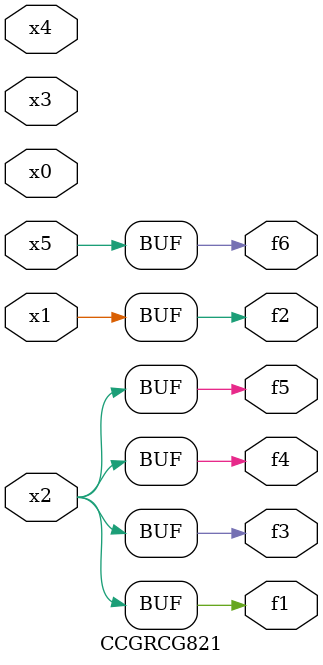
<source format=v>
module CCGRCG821(
	input x0, x1, x2, x3, x4, x5,
	output f1, f2, f3, f4, f5, f6
);
	assign f1 = x2;
	assign f2 = x1;
	assign f3 = x2;
	assign f4 = x2;
	assign f5 = x2;
	assign f6 = x5;
endmodule

</source>
